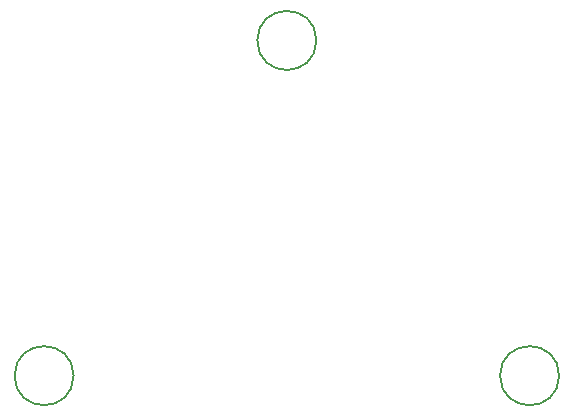
<source format=gbr>
%TF.GenerationSoftware,KiCad,Pcbnew,(6.0.7-1)-1*%
%TF.CreationDate,2023-10-29T12:13:08+10:00*%
%TF.ProjectId,GAUGE_Analog Instruments,47415547-455f-4416-9e61-6c6f6720496e,rev?*%
%TF.SameCoordinates,Original*%
%TF.FileFunction,Other,Comment*%
%FSLAX46Y46*%
G04 Gerber Fmt 4.6, Leading zero omitted, Abs format (unit mm)*
G04 Created by KiCad (PCBNEW (6.0.7-1)-1) date 2023-10-29 12:13:08*
%MOMM*%
%LPD*%
G01*
G04 APERTURE LIST*
%ADD10C,0.150000*%
G04 APERTURE END LIST*
D10*
%TO.C,H3*%
X182437800Y-78484600D02*
G75*
G03*
X182437800Y-78484600I-2500000J0D01*
G01*
%TO.C,H1*%
X161884300Y-106868000D02*
G75*
G03*
X161884300Y-106868000I-2500000J0D01*
G01*
%TO.C,H2*%
X202991300Y-106868000D02*
G75*
G03*
X202991300Y-106868000I-2500000J0D01*
G01*
%TD*%
M02*

</source>
